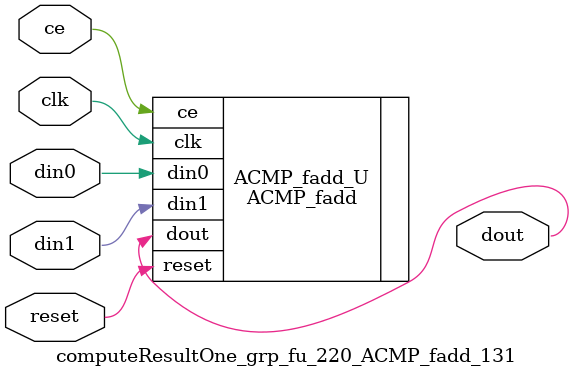
<source format=v>

`timescale 1 ns / 1 ps
module computeResultOne_grp_fu_220_ACMP_fadd_131(
    clk,
    reset,
    ce,
    din0,
    din1,
    dout);

parameter ID = 32'd1;
parameter NUM_STAGE = 32'd1;
parameter din0_WIDTH = 32'd1;
parameter din1_WIDTH = 32'd1;
parameter dout_WIDTH = 32'd1;
input clk;
input reset;
input ce;
input[din0_WIDTH - 1:0] din0;
input[din1_WIDTH - 1:0] din1;
output[dout_WIDTH - 1:0] dout;



ACMP_fadd #(
.ID( ID ),
.NUM_STAGE( 4 ),
.din0_WIDTH( din0_WIDTH ),
.din1_WIDTH( din1_WIDTH ),
.dout_WIDTH( dout_WIDTH ))
ACMP_fadd_U(
    .clk( clk ),
    .reset( reset ),
    .ce( ce ),
    .din0( din0 ),
    .din1( din1 ),
    .dout( dout ));

endmodule

</source>
